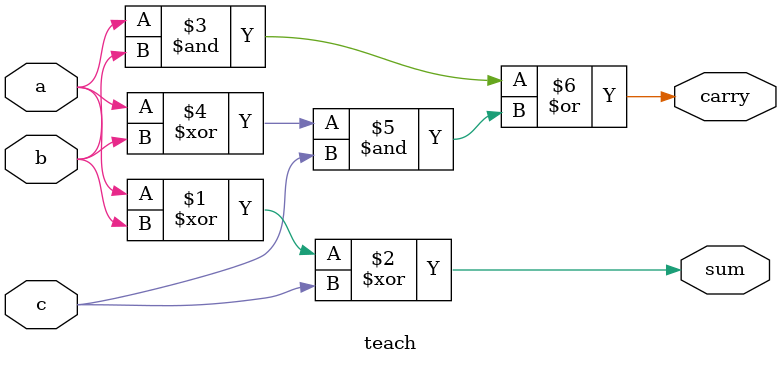
<source format=v>
module teach(a,b,c,sum,carry);
input a,b,c;
output sum,carry;
assign sum=a^b^c;
assign carry=a&b|(a^b)&c;
endmodule

</source>
